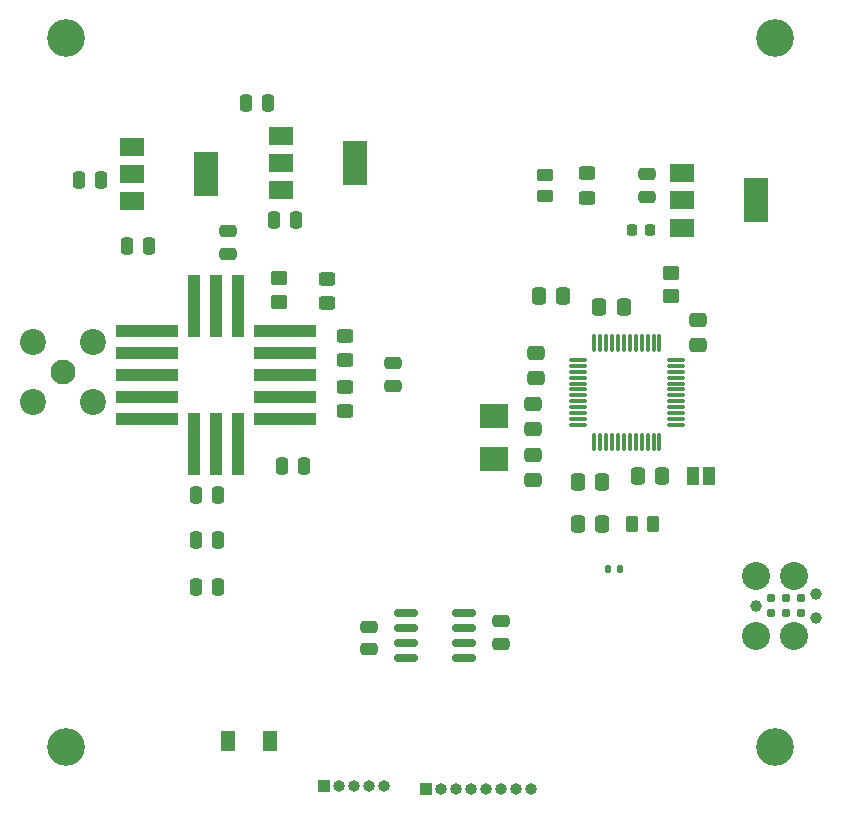
<source format=gbr>
%TF.GenerationSoftware,KiCad,Pcbnew,(6.0.7)*%
%TF.CreationDate,2023-02-12T17:06:42-05:00*%
%TF.ProjectId,GPS,4750532e-6b69-4636-9164-5f7063625858,rev?*%
%TF.SameCoordinates,Original*%
%TF.FileFunction,Soldermask,Top*%
%TF.FilePolarity,Negative*%
%FSLAX46Y46*%
G04 Gerber Fmt 4.6, Leading zero omitted, Abs format (unit mm)*
G04 Created by KiCad (PCBNEW (6.0.7)) date 2023-02-12 17:06:42*
%MOMM*%
%LPD*%
G01*
G04 APERTURE LIST*
G04 Aperture macros list*
%AMRoundRect*
0 Rectangle with rounded corners*
0 $1 Rounding radius*
0 $2 $3 $4 $5 $6 $7 $8 $9 X,Y pos of 4 corners*
0 Add a 4 corners polygon primitive as box body*
4,1,4,$2,$3,$4,$5,$6,$7,$8,$9,$2,$3,0*
0 Add four circle primitives for the rounded corners*
1,1,$1+$1,$2,$3*
1,1,$1+$1,$4,$5*
1,1,$1+$1,$6,$7*
1,1,$1+$1,$8,$9*
0 Add four rect primitives between the rounded corners*
20,1,$1+$1,$2,$3,$4,$5,0*
20,1,$1+$1,$4,$5,$6,$7,0*
20,1,$1+$1,$6,$7,$8,$9,0*
20,1,$1+$1,$8,$9,$2,$3,0*%
G04 Aperture macros list end*
%ADD10RoundRect,0.250000X-0.250000X-0.475000X0.250000X-0.475000X0.250000X0.475000X-0.250000X0.475000X0*%
%ADD11RoundRect,0.250000X-0.475000X0.337500X-0.475000X-0.337500X0.475000X-0.337500X0.475000X0.337500X0*%
%ADD12RoundRect,0.250000X-0.337500X-0.475000X0.337500X-0.475000X0.337500X0.475000X-0.337500X0.475000X0*%
%ADD13R,1.300000X1.700000*%
%ADD14R,1.000000X1.500000*%
%ADD15R,2.000000X1.500000*%
%ADD16R,2.000000X3.800000*%
%ADD17RoundRect,0.250000X0.250000X0.475000X-0.250000X0.475000X-0.250000X-0.475000X0.250000X-0.475000X0*%
%ADD18RoundRect,0.250000X-0.475000X0.250000X-0.475000X-0.250000X0.475000X-0.250000X0.475000X0.250000X0*%
%ADD19RoundRect,0.250000X-0.450000X0.325000X-0.450000X-0.325000X0.450000X-0.325000X0.450000X0.325000X0*%
%ADD20C,3.200000*%
%ADD21RoundRect,0.075000X-0.662500X-0.075000X0.662500X-0.075000X0.662500X0.075000X-0.662500X0.075000X0*%
%ADD22RoundRect,0.075000X-0.075000X-0.662500X0.075000X-0.662500X0.075000X0.662500X-0.075000X0.662500X0*%
%ADD23RoundRect,0.150000X-0.825000X-0.150000X0.825000X-0.150000X0.825000X0.150000X-0.825000X0.150000X0*%
%ADD24RoundRect,0.147500X0.147500X0.172500X-0.147500X0.172500X-0.147500X-0.172500X0.147500X-0.172500X0*%
%ADD25RoundRect,0.225000X0.225000X0.250000X-0.225000X0.250000X-0.225000X-0.250000X0.225000X-0.250000X0*%
%ADD26RoundRect,0.250000X0.337500X0.475000X-0.337500X0.475000X-0.337500X-0.475000X0.337500X-0.475000X0*%
%ADD27R,5.350000X1.000000*%
%ADD28R,1.000000X5.350000*%
%ADD29RoundRect,0.250000X0.450000X-0.350000X0.450000X0.350000X-0.450000X0.350000X-0.450000X-0.350000X0*%
%ADD30R,2.400000X2.000000*%
%ADD31RoundRect,0.250000X0.475000X-0.250000X0.475000X0.250000X-0.475000X0.250000X-0.475000X-0.250000X0*%
%ADD32R,1.000000X1.000000*%
%ADD33O,1.000000X1.000000*%
%ADD34RoundRect,0.250000X-0.450000X0.262500X-0.450000X-0.262500X0.450000X-0.262500X0.450000X0.262500X0*%
%ADD35RoundRect,0.250000X0.450000X-0.325000X0.450000X0.325000X-0.450000X0.325000X-0.450000X-0.325000X0*%
%ADD36C,2.200000*%
%ADD37C,2.100000*%
%ADD38C,2.374900*%
%ADD39C,0.990600*%
%ADD40C,0.787400*%
%ADD41RoundRect,0.250000X0.262500X0.450000X-0.262500X0.450000X-0.262500X-0.450000X0.262500X-0.450000X0*%
%ADD42RoundRect,0.250000X-0.450000X0.350000X-0.450000X-0.350000X0.450000X-0.350000X0.450000X0.350000X0*%
G04 APERTURE END LIST*
D10*
%TO.C,C110*%
X138496000Y-124968000D03*
X140396000Y-124968000D03*
%TD*%
D11*
%TO.C,C118*%
X167049800Y-117812500D03*
X167049800Y-119887500D03*
%TD*%
D12*
%TO.C,C123*%
X170838300Y-123676000D03*
X172913300Y-123676000D03*
%TD*%
D13*
%TO.C,D101*%
X141250000Y-142000000D03*
X144750000Y-142000000D03*
%TD*%
D14*
%TO.C,JP101*%
X180623800Y-119612000D03*
X181923800Y-119612000D03*
%TD*%
D12*
%TO.C,C122*%
X170838300Y-120120000D03*
X172913300Y-120120000D03*
%TD*%
D10*
%TO.C,C109*%
X138496000Y-129000000D03*
X140396000Y-129000000D03*
%TD*%
D15*
%TO.C,U103*%
X179647800Y-93944000D03*
X179647800Y-96244000D03*
X179647800Y-98544000D03*
D16*
X185947800Y-96244000D03*
%TD*%
D17*
%TO.C,C101*%
X130490000Y-94488000D03*
X128590000Y-94488000D03*
%TD*%
D18*
%TO.C,C108*%
X164338000Y-131892000D03*
X164338000Y-133792000D03*
%TD*%
D19*
%TO.C,L101*%
X151130000Y-107711000D03*
X151130000Y-109761000D03*
%TD*%
D15*
%TO.C,U102*%
X145694000Y-90780000D03*
X145694000Y-93080000D03*
X145694000Y-95380000D03*
D16*
X151994000Y-93080000D03*
%TD*%
D20*
%TO.C,H3*%
X187500000Y-142500000D03*
%TD*%
D21*
%TO.C,U107*%
X170837500Y-109750000D03*
X170837500Y-110250000D03*
X170837500Y-110750000D03*
X170837500Y-111250000D03*
X170837500Y-111750000D03*
X170837500Y-112250000D03*
X170837500Y-112750000D03*
X170837500Y-113250000D03*
X170837500Y-113750000D03*
X170837500Y-114250000D03*
X170837500Y-114750000D03*
X170837500Y-115250000D03*
D22*
X172250000Y-116662500D03*
X172750000Y-116662500D03*
X173250000Y-116662500D03*
X173750000Y-116662500D03*
X174250000Y-116662500D03*
X174750000Y-116662500D03*
X175250000Y-116662500D03*
X175750000Y-116662500D03*
X176250000Y-116662500D03*
X176750000Y-116662500D03*
X177250000Y-116662500D03*
X177750000Y-116662500D03*
D21*
X179162500Y-115250000D03*
X179162500Y-114750000D03*
X179162500Y-114250000D03*
X179162500Y-113750000D03*
X179162500Y-113250000D03*
X179162500Y-112750000D03*
X179162500Y-112250000D03*
X179162500Y-111750000D03*
X179162500Y-111250000D03*
X179162500Y-110750000D03*
X179162500Y-110250000D03*
X179162500Y-109750000D03*
D22*
X177750000Y-108337500D03*
X177250000Y-108337500D03*
X176750000Y-108337500D03*
X176250000Y-108337500D03*
X175750000Y-108337500D03*
X175250000Y-108337500D03*
X174750000Y-108337500D03*
X174250000Y-108337500D03*
X173750000Y-108337500D03*
X173250000Y-108337500D03*
X172750000Y-108337500D03*
X172250000Y-108337500D03*
%TD*%
D23*
%TO.C,U106*%
X156275000Y-131191000D03*
X156275000Y-132461000D03*
X156275000Y-133731000D03*
X156275000Y-135001000D03*
X161225000Y-135001000D03*
X161225000Y-133731000D03*
X161225000Y-132461000D03*
X161225000Y-131191000D03*
%TD*%
D12*
%TO.C,C120*%
X172641700Y-105235600D03*
X174716700Y-105235600D03*
%TD*%
D20*
%TO.C,H2*%
X127500000Y-142500000D03*
%TD*%
D24*
%TO.C,L103*%
X174392800Y-127486000D03*
X173422800Y-127486000D03*
%TD*%
D25*
%TO.C,C103*%
X176968800Y-98784000D03*
X175418800Y-98784000D03*
%TD*%
D19*
%TO.C,L102*%
X151130000Y-112029000D03*
X151130000Y-114079000D03*
%TD*%
D20*
%TO.C,H1*%
X127500000Y-82500000D03*
%TD*%
D10*
%TO.C,C113*%
X145760400Y-118727200D03*
X147660400Y-118727200D03*
%TD*%
D26*
%TO.C,C115*%
X169611300Y-104372000D03*
X167536300Y-104372000D03*
%TD*%
D11*
%TO.C,C117*%
X167303800Y-109176500D03*
X167303800Y-111251500D03*
%TD*%
D27*
%TO.C,U105*%
X134333000Y-114731000D03*
X134333000Y-112881000D03*
X134333000Y-111031000D03*
X134333000Y-109181000D03*
X134333000Y-107331000D03*
D28*
X138358000Y-105156000D03*
X140208000Y-105156000D03*
X142058000Y-105156000D03*
D27*
X146083000Y-107331000D03*
X146083000Y-109181000D03*
X146083000Y-111031000D03*
X146083000Y-112881000D03*
X146083000Y-114731000D03*
D28*
X142058000Y-116906000D03*
X140208000Y-116906000D03*
X138358000Y-116906000D03*
%TD*%
D29*
%TO.C,R102*%
X145516600Y-104842800D03*
X145516600Y-102842800D03*
%TD*%
D30*
%TO.C,Y101*%
X163747800Y-114460000D03*
X163747800Y-118160000D03*
%TD*%
D31*
%TO.C,C112*%
X141224000Y-100772000D03*
X141224000Y-98872000D03*
%TD*%
D15*
%TO.C,U101*%
X133096000Y-91680000D03*
D16*
X139396000Y-93980000D03*
D15*
X133096000Y-93980000D03*
X133096000Y-96280000D03*
%TD*%
D20*
%TO.C,H4*%
X187500000Y-82500000D03*
%TD*%
D32*
%TO.C,J103*%
X157988000Y-146050000D03*
D33*
X159258000Y-146050000D03*
X160528000Y-146050000D03*
X161798000Y-146050000D03*
X163068000Y-146050000D03*
X164338000Y-146050000D03*
X165608000Y-146050000D03*
X166878000Y-146050000D03*
%TD*%
D19*
%TO.C,D102*%
X171621800Y-93949000D03*
X171621800Y-95999000D03*
%TD*%
D34*
%TO.C,R101*%
X168065800Y-94061500D03*
X168065800Y-95886500D03*
%TD*%
D10*
%TO.C,C104*%
X132654000Y-100076000D03*
X134554000Y-100076000D03*
%TD*%
D35*
%TO.C,D103*%
X149606000Y-104911000D03*
X149606000Y-102861000D03*
%TD*%
D11*
%TO.C,C121*%
X181019800Y-106382500D03*
X181019800Y-108457500D03*
%TD*%
D36*
%TO.C,U104*%
X124714000Y-113284000D03*
X124714000Y-108204000D03*
X129794000Y-108204000D03*
X129794000Y-113284000D03*
D37*
X127254000Y-110744000D03*
%TD*%
D10*
%TO.C,C105*%
X142728000Y-88000000D03*
X144628000Y-88000000D03*
%TD*%
D11*
%TO.C,C116*%
X167049800Y-113494500D03*
X167049800Y-115569500D03*
%TD*%
D17*
%TO.C,C107*%
X140396000Y-121158000D03*
X138496000Y-121158000D03*
%TD*%
D38*
%TO.C,J104*%
X189103000Y-128016000D03*
D39*
X191008000Y-129540000D03*
X191008000Y-131572000D03*
X185928000Y-130556000D03*
D38*
X185928000Y-128016000D03*
X189103000Y-133096000D03*
X185928000Y-133096000D03*
D40*
X187198000Y-131191000D03*
X187198000Y-129921000D03*
X188468000Y-131191000D03*
X188468000Y-129921000D03*
X189738000Y-131191000D03*
X189738000Y-129921000D03*
%TD*%
D41*
%TO.C,R103*%
X177209800Y-123676000D03*
X175384800Y-123676000D03*
%TD*%
D31*
%TO.C,C106*%
X176701800Y-95924000D03*
X176701800Y-94024000D03*
%TD*%
D10*
%TO.C,C102*%
X145100000Y-97906000D03*
X147000000Y-97906000D03*
%TD*%
D42*
%TO.C,R104*%
X178733800Y-102356000D03*
X178733800Y-104356000D03*
%TD*%
D18*
%TO.C,C114*%
X155194000Y-110048000D03*
X155194000Y-111948000D03*
%TD*%
D32*
%TO.C,J102*%
X149352000Y-145796000D03*
D33*
X150622000Y-145796000D03*
X151892000Y-145796000D03*
X153162000Y-145796000D03*
X154432000Y-145796000D03*
%TD*%
D26*
%TO.C,C119*%
X177993300Y-119612000D03*
X175918300Y-119612000D03*
%TD*%
D31*
%TO.C,C111*%
X153162000Y-134234000D03*
X153162000Y-132334000D03*
%TD*%
M02*

</source>
